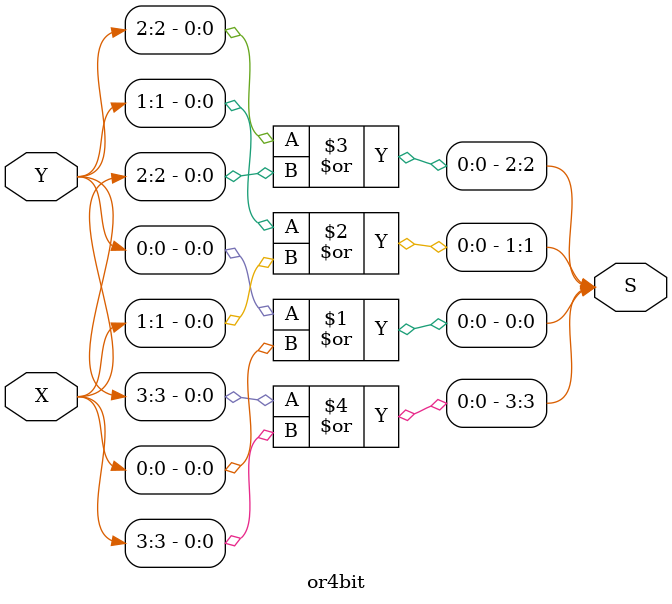
<source format=sv>
module or4bit(X,Y,S);
  input logic [3:0] X;
  input logic [3:0] Y;

  output logic [3:0] S; 


  or(S[0],Y[0],X[0]);
  or(S[1],Y[1],X[1]);
  or(S[2],Y[2],X[2]);
  or(S[3],Y[3],X[3]);

endmodule
</source>
